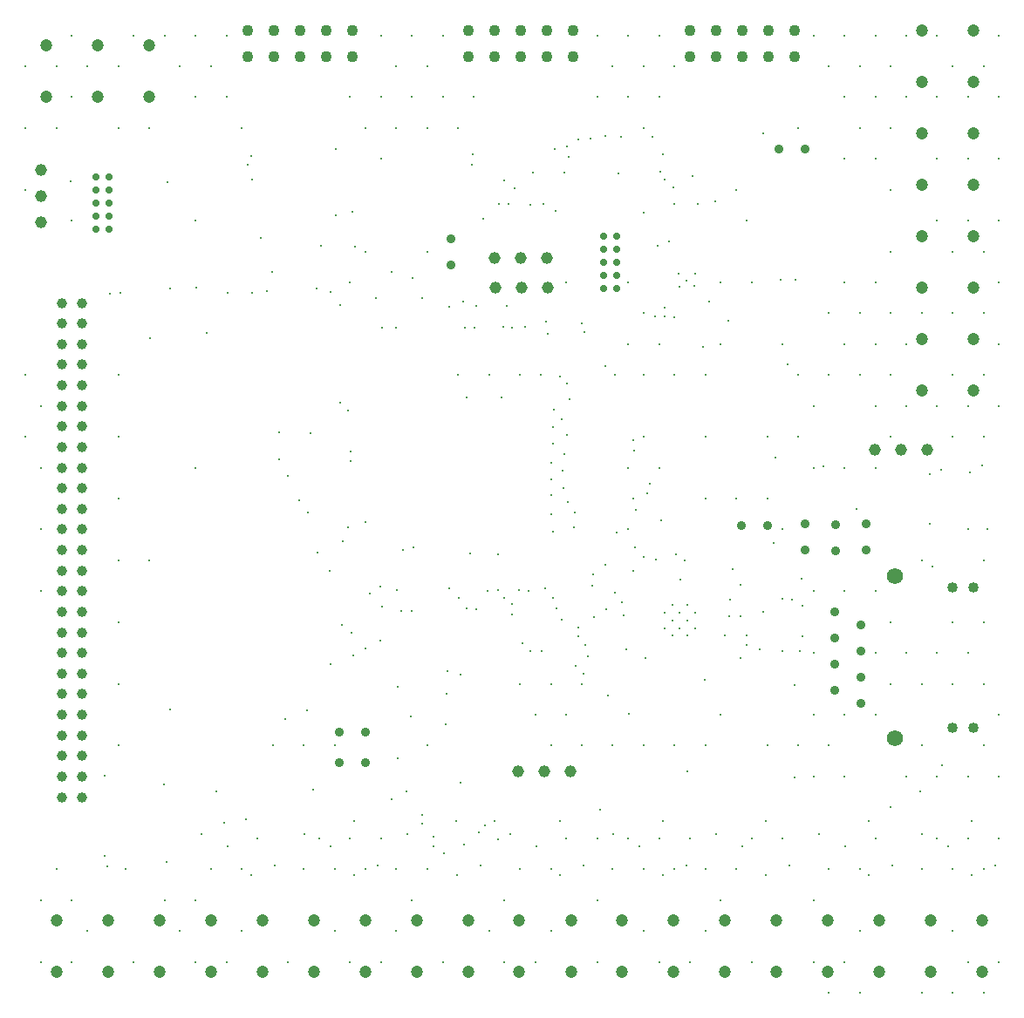
<source format=gbr>
%TF.GenerationSoftware,Altium Limited,Altium Designer,23.2.1 (34)*%
G04 Layer_Color=0*
%FSLAX45Y45*%
%MOMM*%
%TF.SameCoordinates,1902C08B-136C-4458-83E6-530DFDDA9E5F*%
%TF.FilePolarity,Positive*%
%TF.FileFunction,Plated,1,6,PTH,Drill*%
%TF.Part,Single*%
G01*
G75*
%TA.AperFunction,ComponentDrill*%
%ADD152C,1.15000*%
%ADD153C,0.89000*%
%ADD154C,1.15000*%
%ADD155C,0.89000*%
%ADD156C,1.00000*%
%ADD157C,1.10000*%
%ADD158C,0.71000*%
%ADD159C,1.02000*%
%ADD160C,1.57000*%
%ADD161C,1.20000*%
%ADD162C,1.20000*%
%TA.AperFunction,ViaDrill,NotFilled*%
%ADD163C,0.21000*%
%ADD164C,0.20000*%
D152*
X16393159Y4546600D02*
D03*
X16139160D02*
D03*
X15885159D02*
D03*
X19848810Y7672090D02*
D03*
X19594810D02*
D03*
X19340810D02*
D03*
X16167101Y9253220D02*
D03*
X15913100D02*
D03*
X15659100D02*
D03*
X16164560Y9540240D02*
D03*
X15910561D02*
D03*
X15656560D02*
D03*
D153*
X15232381Y9725660D02*
D03*
Y9471660D02*
D03*
X18966182Y6695439D02*
D03*
Y6949439D02*
D03*
X19260823Y6951980D02*
D03*
Y6697980D02*
D03*
X18671539Y6697979D02*
D03*
Y6951979D02*
D03*
X18952998Y6099498D02*
D03*
X19206998Y5972498D02*
D03*
X18952998Y5845498D02*
D03*
X19206998Y5718498D02*
D03*
X18952998Y5591498D02*
D03*
X19206998Y5464498D02*
D03*
X18952998Y5337498D02*
D03*
X19206998Y5210498D02*
D03*
D154*
X11252200Y9880600D02*
D03*
Y10134600D02*
D03*
Y10388600D02*
D03*
D155*
X18046700Y6939279D02*
D03*
X18300699D02*
D03*
X18409920Y10596880D02*
D03*
X18663921D02*
D03*
X14147800Y4927600D02*
D03*
X14401801D02*
D03*
X14147800Y4635500D02*
D03*
X14401801D02*
D03*
D156*
X11649999Y4300001D02*
D03*
X11449998D02*
D03*
X11649999Y4500001D02*
D03*
X11449998D02*
D03*
X11649999Y4700001D02*
D03*
X11449998D02*
D03*
X11649999Y4900001D02*
D03*
X11449998D02*
D03*
X11649999Y5100000D02*
D03*
X11449998D02*
D03*
X11649999Y5300001D02*
D03*
X11449998D02*
D03*
X11649999Y5500000D02*
D03*
X11449998D02*
D03*
X11649999Y5700001D02*
D03*
X11449998D02*
D03*
X11649999Y5900001D02*
D03*
X11449998D02*
D03*
X11649999Y6100000D02*
D03*
X11449998D02*
D03*
X11649999Y6300001D02*
D03*
X11449998D02*
D03*
X11649999Y6500000D02*
D03*
X11449998D02*
D03*
X11649999Y6700001D02*
D03*
X11449998D02*
D03*
X11649999Y6900000D02*
D03*
X11449998D02*
D03*
X11649999Y7100001D02*
D03*
X11449998D02*
D03*
X11649999Y7300001D02*
D03*
X11449998D02*
D03*
X11649999Y7500000D02*
D03*
X11449998D02*
D03*
X11649999Y7700001D02*
D03*
X11449998D02*
D03*
X11649999Y7900000D02*
D03*
X11449998D02*
D03*
X11649999Y8100001D02*
D03*
X11449998D02*
D03*
X11649999Y8300000D02*
D03*
X11449998D02*
D03*
X11649999Y8500001D02*
D03*
X11449998D02*
D03*
X11649999Y8700001D02*
D03*
X11449998D02*
D03*
X11649999Y8900000D02*
D03*
X11449998D02*
D03*
X11649999Y9100001D02*
D03*
X11449998D02*
D03*
D157*
X16419200Y11747080D02*
D03*
Y11493080D02*
D03*
X16165199Y11747080D02*
D03*
Y11493080D02*
D03*
X15911200Y11747080D02*
D03*
Y11493080D02*
D03*
X15657201Y11747080D02*
D03*
Y11493080D02*
D03*
X15403200Y11747080D02*
D03*
Y11493080D02*
D03*
X18566440Y11750000D02*
D03*
Y11496000D02*
D03*
X18312440Y11750000D02*
D03*
Y11496000D02*
D03*
X18058440Y11750000D02*
D03*
Y11496000D02*
D03*
X17804440Y11750000D02*
D03*
Y11496000D02*
D03*
X17550439Y11750000D02*
D03*
Y11496000D02*
D03*
X14277341Y11747500D02*
D03*
Y11493500D02*
D03*
X14023340Y11747500D02*
D03*
Y11493500D02*
D03*
X13769341Y11747500D02*
D03*
Y11493500D02*
D03*
X13515340Y11747500D02*
D03*
Y11493500D02*
D03*
X13261340Y11747500D02*
D03*
Y11493500D02*
D03*
D158*
X16837660Y9243060D02*
D03*
X16710660D02*
D03*
X16837660Y9370060D02*
D03*
X16710660D02*
D03*
X16837660Y9497060D02*
D03*
X16710660D02*
D03*
X16837660Y9624060D02*
D03*
X16710660D02*
D03*
X16837660Y9751060D02*
D03*
X16710660D02*
D03*
X11912600Y9817100D02*
D03*
X11785600D02*
D03*
X11912600Y9944100D02*
D03*
X11785600D02*
D03*
X11912600Y10071100D02*
D03*
X11785600D02*
D03*
X11912600Y10198100D02*
D03*
X11785600D02*
D03*
X11912600Y10325100D02*
D03*
X11785600D02*
D03*
D159*
X20096999Y4974998D02*
D03*
X20299998D02*
D03*
X20096999Y6334998D02*
D03*
X20299998D02*
D03*
D160*
X19537000Y4867498D02*
D03*
Y6442498D02*
D03*
D161*
X19799998Y10750002D02*
D03*
X20299998D02*
D03*
X19799997Y11250002D02*
D03*
X20299998D02*
D03*
X19799998Y9250002D02*
D03*
X20299998D02*
D03*
X19800000Y10250000D02*
D03*
X20300000D02*
D03*
X19800000Y9750000D02*
D03*
X20300000D02*
D03*
X19800000Y11750000D02*
D03*
X20300000D02*
D03*
X19800000Y8250000D02*
D03*
X20300000D02*
D03*
X19799995Y8750044D02*
D03*
X20299995D02*
D03*
D162*
X20387115Y3100002D02*
D03*
Y2600002D02*
D03*
X19388956Y3100002D02*
D03*
Y2600002D02*
D03*
X18390797Y3100002D02*
D03*
Y2600002D02*
D03*
X17392638Y3100002D02*
D03*
Y2600002D02*
D03*
X16394479Y3100002D02*
D03*
Y2600002D02*
D03*
X15396320Y3100002D02*
D03*
Y2600002D02*
D03*
X14398161Y3100000D02*
D03*
Y2600000D02*
D03*
X13400002Y3100002D02*
D03*
Y2600002D02*
D03*
X19887115Y3100002D02*
D03*
Y2600002D02*
D03*
X18888956Y3100002D02*
D03*
Y2600002D02*
D03*
X17890797Y3100002D02*
D03*
Y2600002D02*
D03*
X16892638Y3100002D02*
D03*
Y2600002D02*
D03*
X15894479Y3100002D02*
D03*
Y2600002D02*
D03*
X14896320Y3100002D02*
D03*
Y2600002D02*
D03*
X13898161Y3099999D02*
D03*
Y2599999D02*
D03*
X12900002Y3100002D02*
D03*
Y2600002D02*
D03*
X11900000Y3100000D02*
D03*
Y2600000D02*
D03*
X12400002Y3099998D02*
D03*
Y2599998D02*
D03*
X11300000Y11100000D02*
D03*
Y11600000D02*
D03*
X11400000Y3100000D02*
D03*
Y2600000D02*
D03*
X12300000Y11100000D02*
D03*
Y11600000D02*
D03*
X11800000Y11100000D02*
D03*
Y11600000D02*
D03*
D163*
X11870000Y3730000D02*
D03*
X11890000Y3630000D02*
D03*
X18570000Y4490000D02*
D03*
X14560001Y8860000D02*
D03*
X14748241Y6108869D02*
D03*
X14860001Y9340000D02*
D03*
X18639999Y5860000D02*
D03*
X18544331Y6219777D02*
D03*
X17920000Y8930000D02*
D03*
X18570000Y5390000D02*
D03*
X16880000Y10710000D02*
D03*
X16730000Y10720000D02*
D03*
X15187801Y5300940D02*
D03*
X15180000Y5010000D02*
D03*
X20549994Y11699996D02*
D03*
X20399994Y11399997D02*
D03*
X20549994Y11099997D02*
D03*
Y10499997D02*
D03*
Y9899997D02*
D03*
X20399994Y9599997D02*
D03*
X20549994Y9299997D02*
D03*
X20399994Y8999997D02*
D03*
X20549994Y8699997D02*
D03*
X20399994Y8399997D02*
D03*
X20549994Y8099998D02*
D03*
X20399994Y7799998D02*
D03*
Y6599998D02*
D03*
Y5999998D02*
D03*
Y5399998D02*
D03*
X20549994Y5099998D02*
D03*
X20399994Y4799999D02*
D03*
X20549994Y4499999D02*
D03*
Y3899999D02*
D03*
X20399994Y3599999D02*
D03*
X20549994Y2699999D02*
D03*
X20399994Y2399999D02*
D03*
X20099994Y11399997D02*
D03*
X20249994Y11099997D02*
D03*
Y10499997D02*
D03*
Y9899997D02*
D03*
X20099994Y9599997D02*
D03*
Y8999997D02*
D03*
Y8399997D02*
D03*
X20249994Y8099998D02*
D03*
X20099994Y7799998D02*
D03*
X20249994Y6899998D02*
D03*
X20099994Y5999998D02*
D03*
X20249994Y5699998D02*
D03*
X20099994Y5399998D02*
D03*
X20249994Y4499999D02*
D03*
Y3899999D02*
D03*
X20099994Y3599999D02*
D03*
Y2999999D02*
D03*
X20249994Y2699999D02*
D03*
X20099994Y2399999D02*
D03*
X19949994Y11699996D02*
D03*
Y11099997D02*
D03*
Y10499997D02*
D03*
Y9899997D02*
D03*
X19799994Y8999997D02*
D03*
X19949994Y8099998D02*
D03*
X19799994Y6599998D02*
D03*
X19949994Y5699998D02*
D03*
X19799994Y5399998D02*
D03*
Y4799999D02*
D03*
X19949994Y4499999D02*
D03*
Y3899999D02*
D03*
X19799994Y3599999D02*
D03*
Y2399999D02*
D03*
X19649994Y11699996D02*
D03*
X19499994Y11399997D02*
D03*
X19649994Y11099997D02*
D03*
X19499994Y10799997D02*
D03*
Y10199997D02*
D03*
Y9599997D02*
D03*
Y8999997D02*
D03*
X19649994Y8699997D02*
D03*
X19499994Y8399997D02*
D03*
X19649994Y8099998D02*
D03*
X19499994Y7799998D02*
D03*
Y5999998D02*
D03*
X19649994Y5699998D02*
D03*
X19499994Y5399998D02*
D03*
X19649994Y4499999D02*
D03*
X19499994Y4199999D02*
D03*
X19349994Y11699996D02*
D03*
X19199994Y11399997D02*
D03*
X19349994Y11099997D02*
D03*
X19199994Y10799997D02*
D03*
X19349994Y10499997D02*
D03*
Y9299997D02*
D03*
X19199994Y8999997D02*
D03*
X19349994Y8699997D02*
D03*
X19199994Y8399997D02*
D03*
X19349994Y8099998D02*
D03*
Y7499998D02*
D03*
Y6299998D02*
D03*
Y5699998D02*
D03*
Y5099998D02*
D03*
Y3899999D02*
D03*
X19199994Y3599999D02*
D03*
Y2999999D02*
D03*
Y2399999D02*
D03*
X19049994Y11699996D02*
D03*
X18899994Y11399997D02*
D03*
X19049994Y11099997D02*
D03*
Y10499997D02*
D03*
Y9299997D02*
D03*
X18899994Y8999997D02*
D03*
X19049994Y8699997D02*
D03*
X18899994Y8399997D02*
D03*
X19049994Y7499998D02*
D03*
Y6299998D02*
D03*
Y5099998D02*
D03*
X18899994Y4799999D02*
D03*
X19049994Y4499999D02*
D03*
X18899994Y3599999D02*
D03*
X19049994Y2699999D02*
D03*
X18899994Y2399999D02*
D03*
X18749994Y11699996D02*
D03*
X18599994Y10799997D02*
D03*
Y8399997D02*
D03*
X18749994Y8099998D02*
D03*
X18599994Y7799998D02*
D03*
X18749994Y7499998D02*
D03*
Y6299998D02*
D03*
Y5699998D02*
D03*
Y5099998D02*
D03*
X18599994Y4799999D02*
D03*
X18749994Y4499999D02*
D03*
Y3299999D02*
D03*
Y2699999D02*
D03*
X18449994Y8699997D02*
D03*
X18299994Y7799998D02*
D03*
Y7199998D02*
D03*
X18449994Y6899998D02*
D03*
X18299994Y4799999D02*
D03*
X18449994Y3899999D02*
D03*
X17999994Y10199997D02*
D03*
X18149994Y9299997D02*
D03*
X17999994Y7199998D02*
D03*
X18149994Y3899999D02*
D03*
X17999994Y3599999D02*
D03*
X18149994Y2699999D02*
D03*
X17849995Y9299997D02*
D03*
Y8699997D02*
D03*
X17699995Y8399997D02*
D03*
Y7799998D02*
D03*
Y7199998D02*
D03*
X17849995Y5099998D02*
D03*
X17699995Y4799999D02*
D03*
Y3599999D02*
D03*
X17849995Y3299999D02*
D03*
X17699995Y2999999D02*
D03*
X17399995Y11399997D02*
D03*
Y8399997D02*
D03*
Y4799999D02*
D03*
X17549995Y3899999D02*
D03*
X17399995Y3599999D02*
D03*
X17549995Y2699999D02*
D03*
X17249995Y11699996D02*
D03*
X17099995Y11399997D02*
D03*
X17249995Y11099997D02*
D03*
X17099995Y10799997D02*
D03*
Y8999997D02*
D03*
X17249995Y8699997D02*
D03*
X17099995Y8399997D02*
D03*
Y7799998D02*
D03*
X17249995Y7499998D02*
D03*
X17099995Y4799999D02*
D03*
X17249995Y3899999D02*
D03*
X17099995Y3599999D02*
D03*
Y2999999D02*
D03*
X17249995Y2699999D02*
D03*
X16949995Y11699996D02*
D03*
X16799995Y11399997D02*
D03*
X16949995Y11099997D02*
D03*
Y9299997D02*
D03*
Y8699997D02*
D03*
Y7499998D02*
D03*
Y6899998D02*
D03*
X16799995Y4799999D02*
D03*
X16949995Y3899999D02*
D03*
X16799995Y3599999D02*
D03*
X16649995Y11699996D02*
D03*
Y11099997D02*
D03*
X16499995Y5399998D02*
D03*
Y4799999D02*
D03*
X16649995Y3899999D02*
D03*
Y3299999D02*
D03*
Y2699999D02*
D03*
X16349995Y9299997D02*
D03*
X16199995Y5399998D02*
D03*
X16349995Y5099998D02*
D03*
X16199995Y4799999D02*
D03*
X16349995Y3899999D02*
D03*
X16199995Y3599999D02*
D03*
Y2999999D02*
D03*
X15899995Y8399997D02*
D03*
Y5399998D02*
D03*
X16049995Y5099998D02*
D03*
X15899995Y3599999D02*
D03*
X16049995Y2699999D02*
D03*
X15599995Y8399997D02*
D03*
X15749995Y3299999D02*
D03*
X15599995Y2999999D02*
D03*
X15749995Y2699999D02*
D03*
X15449995Y11099997D02*
D03*
X15299995Y10799997D02*
D03*
Y8399997D02*
D03*
X15149995Y11699996D02*
D03*
X14999995Y11399997D02*
D03*
X15149995Y11099997D02*
D03*
X14999995Y10799997D02*
D03*
Y9599997D02*
D03*
Y4799999D02*
D03*
Y3599999D02*
D03*
X15149995Y2699999D02*
D03*
X14849995Y11699996D02*
D03*
X14699995Y11399997D02*
D03*
X14849995Y11099997D02*
D03*
X14699995Y10799997D02*
D03*
Y3599999D02*
D03*
X14849995Y3299999D02*
D03*
X14699995Y2999999D02*
D03*
X14549995Y11699996D02*
D03*
Y11099997D02*
D03*
X14399995Y10799997D02*
D03*
X14549995Y10499997D02*
D03*
X14399995Y9599997D02*
D03*
X14549995Y3899999D02*
D03*
X14399995Y3599999D02*
D03*
X14549995Y2699999D02*
D03*
X14249995Y11099997D02*
D03*
Y9299997D02*
D03*
X14099995Y4799999D02*
D03*
X14249995Y3899999D02*
D03*
X14099995Y3599999D02*
D03*
Y2999999D02*
D03*
X14249995Y2699999D02*
D03*
X13799995Y4799999D02*
D03*
X13949995Y3899999D02*
D03*
X13799995Y3599999D02*
D03*
X13499995Y4799999D02*
D03*
X13649995Y2699999D02*
D03*
X13199995Y10799997D02*
D03*
X13349995Y3899999D02*
D03*
X13199995Y3599999D02*
D03*
Y2999999D02*
D03*
X13049995Y11699996D02*
D03*
X12899995Y11399997D02*
D03*
X13049995Y11099997D02*
D03*
X12899995Y3599999D02*
D03*
X13049995Y2699999D02*
D03*
X12749996Y11699996D02*
D03*
X12599996Y11399997D02*
D03*
X12749996Y11099997D02*
D03*
Y9899997D02*
D03*
Y7499998D02*
D03*
Y3299999D02*
D03*
X12599996Y2999999D02*
D03*
X12749996Y2699999D02*
D03*
X12449996Y11699996D02*
D03*
X12299996Y10799997D02*
D03*
Y6599998D02*
D03*
X12449996Y3299999D02*
D03*
X12149996Y11699996D02*
D03*
X11999996Y11399997D02*
D03*
Y10799997D02*
D03*
Y8399997D02*
D03*
Y7799998D02*
D03*
Y7199998D02*
D03*
Y6599998D02*
D03*
Y5999998D02*
D03*
Y5399998D02*
D03*
Y4799999D02*
D03*
X12149996Y2699999D02*
D03*
X11699996Y11399997D02*
D03*
Y2999999D02*
D03*
X11549996Y11699996D02*
D03*
X11399997Y11399997D02*
D03*
X11549996Y11099997D02*
D03*
X11399997Y10799997D02*
D03*
X11549996Y9899997D02*
D03*
X11399997Y3599999D02*
D03*
X11549996Y3299999D02*
D03*
Y2699999D02*
D03*
X11099997Y11399997D02*
D03*
Y10799997D02*
D03*
Y10199997D02*
D03*
Y8399997D02*
D03*
X11249997Y8099998D02*
D03*
X11099997Y7799998D02*
D03*
X11249997Y7499998D02*
D03*
Y6899998D02*
D03*
Y6299998D02*
D03*
Y3299999D02*
D03*
Y2699999D02*
D03*
X14710001Y4680000D02*
D03*
X13830000Y5140000D02*
D03*
X18262601Y10751820D02*
D03*
X16804031Y3940774D02*
D03*
X16675101Y4178300D02*
D03*
X15199361Y5524500D02*
D03*
X15326360Y5488940D02*
D03*
X14710564Y5372632D02*
D03*
X14279880Y5676900D02*
D03*
X14404340Y5745480D02*
D03*
X14541499Y5816600D02*
D03*
X14063980Y5593080D02*
D03*
X13619479Y5059680D02*
D03*
X19164981Y7095217D02*
D03*
X18841721Y7513320D02*
D03*
X18376900Y7602220D02*
D03*
X18635622Y6423204D02*
D03*
X18263226Y6099948D02*
D03*
X13241618Y4083008D02*
D03*
X13560910Y7842989D02*
D03*
X12758420Y9248140D02*
D03*
X14695792Y8859726D02*
D03*
X12481560Y10271760D02*
D03*
X14274800Y9984740D02*
D03*
X13964920Y9654540D02*
D03*
X13256261Y10441940D02*
D03*
X14114780Y9951720D02*
D03*
X16375380Y10515600D02*
D03*
X16332201Y10370820D02*
D03*
X16469360Y10685780D02*
D03*
X16357600Y10617200D02*
D03*
X17101163Y9980161D02*
D03*
X17183099Y10716260D02*
D03*
X17259300Y10375900D02*
D03*
X16581120Y10695940D02*
D03*
X16857980Y10360660D02*
D03*
X17571719Y10330180D02*
D03*
X17302480Y10297160D02*
D03*
X16238220Y10594340D02*
D03*
X13289281Y10525760D02*
D03*
X15359045Y3840736D02*
D03*
X15159204Y3750000D02*
D03*
X19987260Y7477760D02*
D03*
X14114780Y10594340D02*
D03*
X15284933Y4070369D02*
D03*
X15057120Y3914140D02*
D03*
X16438879Y5572760D02*
D03*
X16558260Y5671820D02*
D03*
X16466820Y5862320D02*
D03*
X17012920Y6728460D02*
D03*
X14765021Y6700520D02*
D03*
X17503140Y6601460D02*
D03*
X15770000Y9070000D02*
D03*
X16366637Y7162800D02*
D03*
X18450000Y5718100D02*
D03*
X15823940Y8863528D02*
D03*
X16521298Y8813873D02*
D03*
X16500000Y8900000D02*
D03*
X14300000Y9650000D02*
D03*
X13300000Y10300000D02*
D03*
X17000000Y6500000D02*
D03*
X17101872Y6636781D02*
D03*
X18500000Y8500000D02*
D03*
X18100000Y9900000D02*
D03*
X17677489Y8675975D02*
D03*
X17350000Y9700000D02*
D03*
X17240421Y9655980D02*
D03*
X14950000Y9150000D02*
D03*
X14650000Y9400000D02*
D03*
X14500000Y9150000D02*
D03*
X17028160Y7091680D02*
D03*
X17005299Y7668260D02*
D03*
X16997681Y7764780D02*
D03*
X17002760Y7198360D02*
D03*
X17272000Y6987540D02*
D03*
X15324612Y4441254D02*
D03*
X14841220Y5080000D02*
D03*
X15986760Y6304280D02*
D03*
X15473680Y6121400D02*
D03*
X12857480Y8808720D02*
D03*
X12504420Y9243060D02*
D03*
X16224466Y6875062D02*
D03*
X15379700Y8183880D02*
D03*
X15735300Y8872220D02*
D03*
X15722858Y8181711D02*
D03*
X15689580Y6654800D02*
D03*
X12308840Y8757920D02*
D03*
X11920220Y9192260D02*
D03*
X12019280Y9202420D02*
D03*
X13931900Y6672580D02*
D03*
X14053819Y6497320D02*
D03*
X13926820Y9237980D02*
D03*
X13497560Y9403080D02*
D03*
X13383260Y9733280D02*
D03*
X14058900Y9207500D02*
D03*
X11541760Y10284460D02*
D03*
X13065759Y9202420D02*
D03*
X13296899Y9199880D02*
D03*
X13441679Y9217660D02*
D03*
X12446000Y4419600D02*
D03*
X12501880Y5153660D02*
D03*
X11871960Y4508500D02*
D03*
X12473940Y3670300D02*
D03*
X14541499Y6344920D02*
D03*
X14564360Y6154420D02*
D03*
X13027660Y4053840D02*
D03*
X12070080Y3601720D02*
D03*
X14168120Y5976620D02*
D03*
X15420340Y6663540D02*
D03*
X15476221Y9067800D02*
D03*
X15349220Y9116060D02*
D03*
X15209520Y9060180D02*
D03*
X14152879Y9077960D02*
D03*
X13870940Y7835900D02*
D03*
X16154401Y8923020D02*
D03*
X16172180Y8798560D02*
D03*
X14442439Y6273800D02*
D03*
X16103600Y8399780D02*
D03*
X16289020Y8382000D02*
D03*
X16380460Y8163560D02*
D03*
X16225520Y8061960D02*
D03*
X16357600Y8318500D02*
D03*
X16304260Y7973060D02*
D03*
X16334740Y7632700D02*
D03*
X16217900Y7734300D02*
D03*
X16353975Y7818900D02*
D03*
X16218787Y7894320D02*
D03*
X13563600Y7579360D02*
D03*
X16207739Y7383780D02*
D03*
X16202660Y7551420D02*
D03*
X16314420Y7467600D02*
D03*
X16324580Y7305040D02*
D03*
X16202660Y7233920D02*
D03*
X17132300Y7251700D02*
D03*
X17158650Y7341550D02*
D03*
X16200000Y7050000D02*
D03*
X16428957Y7068122D02*
D03*
X16427660Y6919116D02*
D03*
X14846300Y6108700D02*
D03*
X15379700Y6134100D02*
D03*
X15303500Y6235700D02*
D03*
X15748000D02*
D03*
X15887700Y6311900D02*
D03*
X15683249Y6313151D02*
D03*
X15582899Y6299200D02*
D03*
X15824200Y6172200D02*
D03*
Y6070600D02*
D03*
X14262100Y5892800D02*
D03*
X16217900Y6235700D02*
D03*
X16141701Y6324600D02*
D03*
X15214600D02*
D03*
X14706599Y6311900D02*
D03*
X16840199Y6873539D02*
D03*
X16611600Y6464300D02*
D03*
X16725900Y6553200D02*
D03*
X14947900Y4130000D02*
D03*
Y4038600D02*
D03*
X16256000Y6134100D02*
D03*
X16306799Y6019800D02*
D03*
X14650752Y4274853D02*
D03*
X15556306Y4024669D02*
D03*
X15651364Y4067973D02*
D03*
X15503497Y3953904D02*
D03*
X15684500Y3886200D02*
D03*
X15062505Y3822700D02*
D03*
X15291106Y3543300D02*
D03*
X14807713Y3940774D02*
D03*
X15519705Y3632200D02*
D03*
X14795805Y4356100D02*
D03*
X12953999D02*
D03*
X13893800Y4368800D02*
D03*
X17525999Y4546600D02*
D03*
X19055141Y3822700D02*
D03*
X18800351Y3940774D02*
D03*
X19283742Y4064000D02*
D03*
Y3543300D02*
D03*
X19512341Y3632200D02*
D03*
X18056982Y3822700D02*
D03*
X17802191Y3940774D02*
D03*
X18285582Y4064000D02*
D03*
Y3543300D02*
D03*
X18514182Y3632200D02*
D03*
X17058823Y3822700D02*
D03*
X17287424Y4064000D02*
D03*
Y3543300D02*
D03*
X17516023Y3632200D02*
D03*
X16060664Y3822700D02*
D03*
X15805873Y3940774D02*
D03*
X16289264Y4064000D02*
D03*
Y3543300D02*
D03*
X16517863Y3632200D02*
D03*
X14064346Y3822700D02*
D03*
X13809555Y3940774D02*
D03*
X14292946Y4064000D02*
D03*
Y3543300D02*
D03*
X14521545Y3632200D02*
D03*
X13066187Y3822700D02*
D03*
X12811395Y3940774D02*
D03*
X13294788Y3543300D02*
D03*
X13523387Y3632200D02*
D03*
X19786600Y4356100D02*
D03*
X20281900Y4064000D02*
D03*
X20053300Y3822700D02*
D03*
X20510500Y3632200D02*
D03*
X20281900Y3543300D02*
D03*
X19798511Y3940774D02*
D03*
X17284700Y10541000D02*
D03*
X16243300Y9994900D02*
D03*
X15444051Y10541000D02*
D03*
X15430499Y10439400D02*
D03*
X15544800Y9918700D02*
D03*
X17791138Y10086939D02*
D03*
X17386301Y10223500D02*
D03*
X17627600Y10058400D02*
D03*
X17399001D02*
D03*
X16128999D02*
D03*
X15999950Y10056350D02*
D03*
X15697200Y10058400D02*
D03*
X15786099D02*
D03*
X15849600Y10210800D02*
D03*
X15748000Y10287000D02*
D03*
X16027400Y10363200D02*
D03*
X18577560Y9324340D02*
D03*
X18427699Y9321800D02*
D03*
X17736819Y9116060D02*
D03*
X17518600Y9320202D02*
D03*
X17592039Y9263380D02*
D03*
X17597121Y9382760D02*
D03*
X17439639Y9385300D02*
D03*
X17447260Y9260840D02*
D03*
X17396460Y8963660D02*
D03*
X17307561Y8966200D02*
D03*
X17213580Y8968740D02*
D03*
X17307561Y9055100D02*
D03*
X16728439Y8488680D02*
D03*
X13649960Y7416800D02*
D03*
X13756641Y7185660D02*
D03*
X13840460Y7061200D02*
D03*
X14229080Y8051800D02*
D03*
X14155420Y8135620D02*
D03*
X14259560Y7655560D02*
D03*
X14254799Y7566979D02*
D03*
X15458440Y8856980D02*
D03*
X15367000D02*
D03*
X15951199Y8872220D02*
D03*
X16822420Y8404860D02*
D03*
X20269200Y7457440D02*
D03*
X20388580Y7520940D02*
D03*
X20436839Y6903720D02*
D03*
X19880580Y6957060D02*
D03*
X19878040Y7439660D02*
D03*
X16957040Y5105400D02*
D03*
X16756380Y5285740D02*
D03*
X16733521Y6129020D02*
D03*
X16113760Y5720080D02*
D03*
X15928340Y5793740D02*
D03*
X14866620Y6723380D02*
D03*
X18366740Y6771640D02*
D03*
X19900900Y6540500D02*
D03*
X19997420Y4612640D02*
D03*
X16515080Y5496560D02*
D03*
X16002000Y5715000D02*
D03*
X16469360Y5951220D02*
D03*
X16532860Y5778500D02*
D03*
X17886681Y5872480D02*
D03*
X18041620Y5651500D02*
D03*
X18224500Y5732780D02*
D03*
X14399260Y6972300D02*
D03*
X14176982Y6788453D02*
D03*
X14234160Y6918960D02*
D03*
X16600690Y6353316D02*
D03*
X16931641Y5732780D02*
D03*
X16621761Y6047740D02*
D03*
X17122141Y5651500D02*
D03*
X16908780Y6062980D02*
D03*
X16889880Y6196480D02*
D03*
X16819881Y6283960D02*
D03*
X17696179Y5438860D02*
D03*
X17412680Y6660142D02*
D03*
X17454880Y6413500D02*
D03*
X17218660Y6604000D02*
D03*
X17962880Y6515100D02*
D03*
X17940021Y6220460D02*
D03*
X18044160Y6360160D02*
D03*
Y6055360D02*
D03*
X17929860D02*
D03*
X18638519Y6159500D02*
D03*
X18618201Y5717540D02*
D03*
X18448019Y6223000D02*
D03*
X18102519Y5781040D02*
D03*
Y5869940D02*
D03*
D164*
X17525699Y6015598D02*
D03*
Y5867598D02*
D03*
X17451698Y5941598D02*
D03*
X17525699Y6163598D02*
D03*
X17303699Y6089598D02*
D03*
X17377699Y6163598D02*
D03*
Y5867598D02*
D03*
X17451698Y6089598D02*
D03*
X17303699Y5941598D02*
D03*
X17599699Y6089598D02*
D03*
Y5941598D02*
D03*
X17377699Y6015598D02*
D03*
%TF.MD5,1270d3d299fb17affd4ad84b1890454f*%
M02*

</source>
